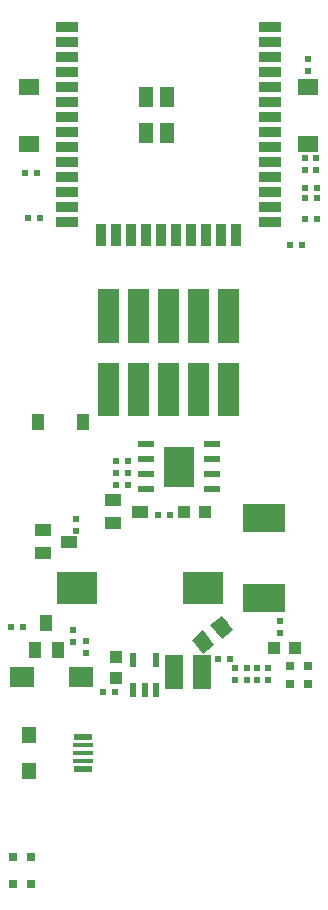
<source format=gbr>
G04 #@! TF.GenerationSoftware,KiCad,Pcbnew,5.1.0-rc2-unknown-036be7d~80~ubuntu16.04.1*
G04 #@! TF.CreationDate,2021-12-15T16:14:17+02:00*
G04 #@! TF.ProjectId,ESP32-PoE_Rev_I,45535033-322d-4506-9f45-5f5265765f49,I*
G04 #@! TF.SameCoordinates,Original*
G04 #@! TF.FileFunction,Paste,Top*
G04 #@! TF.FilePolarity,Positive*
%FSLAX46Y46*%
G04 Gerber Fmt 4.6, Leading zero omitted, Abs format (unit mm)*
G04 Created by KiCad (PCBNEW 5.1.0-rc2-unknown-036be7d~80~ubuntu16.04.1) date 2021-12-15 16:14:17*
%MOMM*%
%LPD*%
G04 APERTURE LIST*
%ADD10R,1.901600X0.901600*%
%ADD11R,0.901600X1.901600*%
%ADD12R,1.200000X1.800000*%
%ADD13R,1.754000X1.327000*%
%ADD14R,0.550000X1.200000*%
%ADD15C,1.270000*%
%ADD16C,0.100000*%
%ADD17R,1.600000X3.000000*%
%ADD18R,0.500000X0.550000*%
%ADD19R,1.016000X1.016000*%
%ADD20R,0.800000X0.800000*%
%ADD21R,0.550000X0.500000*%
%ADD22R,3.400000X2.700000*%
%ADD23R,3.600000X2.400000*%
%ADD24R,2.000000X1.700000*%
%ADD25R,1.650000X0.500000*%
%ADD26R,1.721120X0.396120*%
%ADD27R,1.254000X1.354000*%
%ADD28R,1.000000X1.400000*%
%ADD29R,1.400000X1.000000*%
%ADD30C,1.700000*%
%ADD31R,2.600000X3.500000*%
%ADD32R,1.400000X0.600000*%
G04 APERTURE END LIST*
D10*
X112740000Y-96725000D03*
X112740000Y-97995000D03*
X112740000Y-99265000D03*
X112740000Y-100535000D03*
X112740000Y-101805000D03*
X112740000Y-103075000D03*
X112740000Y-104345000D03*
X112740000Y-105615000D03*
X112740000Y-106885000D03*
X112740000Y-108155000D03*
X112740000Y-109425000D03*
X112740000Y-110695000D03*
X112740000Y-111965000D03*
X112740000Y-113235000D03*
D11*
X109870000Y-114335000D03*
X108600000Y-114335000D03*
X107330000Y-114335000D03*
X106060000Y-114335000D03*
X104790000Y-114335000D03*
X103520000Y-114335000D03*
X102250000Y-114335000D03*
X100980000Y-114335000D03*
X99710000Y-114335000D03*
X98440000Y-114335000D03*
D10*
X95540000Y-113235000D03*
X95540000Y-111965000D03*
X95540000Y-110695000D03*
X95540000Y-109425000D03*
X95540000Y-108155000D03*
X95540000Y-106885000D03*
X95540000Y-105615000D03*
X95540000Y-104345000D03*
X95540000Y-103075000D03*
X95540000Y-101805000D03*
X95540000Y-100535000D03*
X95540000Y-99265000D03*
X95540000Y-97995000D03*
X95540000Y-96725000D03*
D12*
X102240000Y-102735000D03*
X102240000Y-105735000D03*
X104040000Y-102735000D03*
X104040000Y-105735000D03*
D13*
X115959000Y-101877000D03*
X115959000Y-106657000D03*
X92321000Y-101877000D03*
X92321000Y-106657000D03*
D14*
X101158000Y-152938000D03*
X102108000Y-152938000D03*
X103058000Y-152938000D03*
X101158000Y-150338000D03*
X103058000Y-150338000D03*
D15*
X108662238Y-147592976D03*
D16*
G36*
X109631759Y-147802495D02*
G01*
X108630985Y-148584385D01*
X107692717Y-147383457D01*
X108693491Y-146601567D01*
X109631759Y-147802495D01*
X109631759Y-147802495D01*
G37*
D15*
X107061000Y-148844000D03*
D16*
G36*
X108030521Y-149053519D02*
G01*
X107029747Y-149835409D01*
X106091479Y-148634481D01*
X107092253Y-147852591D01*
X108030521Y-149053519D01*
X108030521Y-149053519D01*
G37*
D17*
X104591000Y-151384000D03*
X106991000Y-151384000D03*
D18*
X109347000Y-150241000D03*
X108331000Y-150241000D03*
D19*
X99695000Y-151892000D03*
X99695000Y-150114000D03*
D18*
X91821000Y-147574000D03*
X90805000Y-147574000D03*
X93218000Y-112903000D03*
X92202000Y-112903000D03*
D20*
X115951000Y-150876000D03*
X114427000Y-150876000D03*
X115951000Y-152400000D03*
X114427000Y-152400000D03*
D18*
X116713000Y-113030000D03*
X115697000Y-113030000D03*
X114427000Y-115189000D03*
X115443000Y-115189000D03*
X115697000Y-110363000D03*
X116713000Y-110363000D03*
X115697000Y-111252000D03*
X116713000Y-111252000D03*
X98552000Y-153035000D03*
X99568000Y-153035000D03*
D21*
X97155000Y-149733000D03*
X97155000Y-148717000D03*
X113538000Y-147066000D03*
X113538000Y-148082000D03*
X111633000Y-152019000D03*
X111633000Y-151003000D03*
X112522000Y-152019000D03*
X112522000Y-151003000D03*
X109728000Y-152019000D03*
X109728000Y-151003000D03*
X110744000Y-152019000D03*
X110744000Y-151003000D03*
X96266000Y-139446000D03*
X96266000Y-138430000D03*
X96075500Y-147828000D03*
X96075500Y-148844000D03*
D22*
X96377000Y-144272000D03*
X107077000Y-144272000D03*
D23*
X112217200Y-138332000D03*
X112217200Y-145132000D03*
D24*
X96734000Y-151765000D03*
X91734000Y-151765000D03*
D20*
X92456000Y-169291000D03*
X90932000Y-169291000D03*
D19*
X113030000Y-149352000D03*
X114808000Y-149352000D03*
D20*
X92456000Y-167005000D03*
X90932000Y-167005000D03*
D25*
X96876000Y-156854500D03*
D26*
X96876000Y-157592000D03*
X96876000Y-158242000D03*
X96876000Y-158892000D03*
D25*
X96876000Y-159629500D03*
D27*
X92326000Y-156742000D03*
X92326000Y-159742000D03*
D28*
X92839540Y-149479000D03*
X94742000Y-149479000D03*
X93786960Y-147269200D03*
D29*
X99476560Y-136845040D03*
X99476560Y-138747500D03*
X101686360Y-137792460D03*
D21*
X115951000Y-99441000D03*
X115951000Y-100457000D03*
X115697000Y-108839000D03*
X115697000Y-107823000D03*
X116586000Y-107823000D03*
X116586000Y-108839000D03*
D29*
X95715000Y-140335000D03*
X93515000Y-141285000D03*
X93515000Y-139385000D03*
D30*
X99060000Y-127458000D03*
D16*
G36*
X98210000Y-129733000D02*
G01*
X98210000Y-125183000D01*
X99910000Y-125183000D01*
X99910000Y-129733000D01*
X98210000Y-129733000D01*
X98210000Y-129733000D01*
G37*
D30*
X101600000Y-127458000D03*
D16*
G36*
X100750000Y-129733000D02*
G01*
X100750000Y-125183000D01*
X102450000Y-125183000D01*
X102450000Y-129733000D01*
X100750000Y-129733000D01*
X100750000Y-129733000D01*
G37*
D30*
X104140000Y-127458000D03*
D16*
G36*
X103290000Y-129733000D02*
G01*
X103290000Y-125183000D01*
X104990000Y-125183000D01*
X104990000Y-129733000D01*
X103290000Y-129733000D01*
X103290000Y-129733000D01*
G37*
D30*
X106680000Y-127458000D03*
D16*
G36*
X105830000Y-129733000D02*
G01*
X105830000Y-125183000D01*
X107530000Y-125183000D01*
X107530000Y-129733000D01*
X105830000Y-129733000D01*
X105830000Y-129733000D01*
G37*
D30*
X109220000Y-127458000D03*
D16*
G36*
X108370000Y-129733000D02*
G01*
X108370000Y-125183000D01*
X110070000Y-125183000D01*
X110070000Y-129733000D01*
X108370000Y-129733000D01*
X108370000Y-129733000D01*
G37*
D30*
X109220000Y-121208000D03*
D16*
G36*
X108370000Y-123483000D02*
G01*
X108370000Y-118933000D01*
X110070000Y-118933000D01*
X110070000Y-123483000D01*
X108370000Y-123483000D01*
X108370000Y-123483000D01*
G37*
D30*
X106680000Y-121208000D03*
D16*
G36*
X105830000Y-123483000D02*
G01*
X105830000Y-118933000D01*
X107530000Y-118933000D01*
X107530000Y-123483000D01*
X105830000Y-123483000D01*
X105830000Y-123483000D01*
G37*
D30*
X99060000Y-121208000D03*
D16*
G36*
X98210000Y-123483000D02*
G01*
X98210000Y-118933000D01*
X99910000Y-118933000D01*
X99910000Y-123483000D01*
X98210000Y-123483000D01*
X98210000Y-123483000D01*
G37*
D30*
X101600000Y-121208000D03*
D16*
G36*
X100750000Y-123483000D02*
G01*
X100750000Y-118933000D01*
X102450000Y-118933000D01*
X102450000Y-123483000D01*
X100750000Y-123483000D01*
X100750000Y-123483000D01*
G37*
D30*
X104140000Y-121208000D03*
D16*
G36*
X103290000Y-123483000D02*
G01*
X103290000Y-118933000D01*
X104990000Y-118933000D01*
X104990000Y-123483000D01*
X103290000Y-123483000D01*
X103290000Y-123483000D01*
G37*
D18*
X92964000Y-109093000D03*
X91948000Y-109093000D03*
X99695000Y-134493000D03*
X100711000Y-134493000D03*
X103251000Y-138049000D03*
X104267000Y-138049000D03*
X99695000Y-133477000D03*
X100711000Y-133477000D03*
X99695000Y-135509000D03*
X100711000Y-135509000D03*
D31*
X105029000Y-133985000D03*
D32*
X102229000Y-135890000D03*
X102229000Y-134620000D03*
X102229000Y-133350000D03*
X102229000Y-132080000D03*
X107829000Y-132080000D03*
X107829000Y-133350000D03*
X107829000Y-134620000D03*
X107829000Y-135890000D03*
D28*
X93096000Y-130175000D03*
X96896000Y-130175000D03*
D19*
X107188000Y-137795000D03*
X105410000Y-137795000D03*
M02*

</source>
